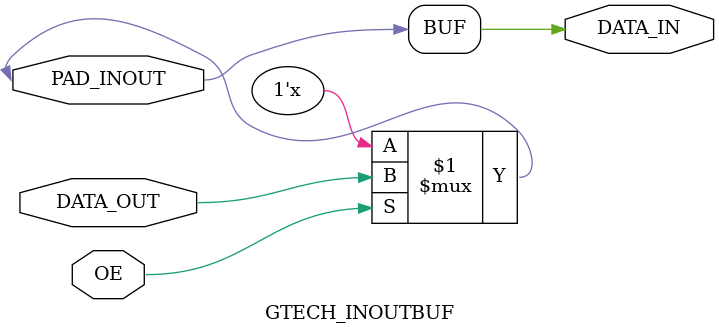
<source format=v>



module GTECH_INOUTBUF (DATA_OUT, OE, PAD_INOUT, DATA_IN);  
	input DATA_OUT, OE;
	output DATA_IN;
	inout PAD_INOUT;

        bufif1 u0 (PAD_INOUT, DATA_OUT, OE);
        buf u1 (DATA_IN, PAD_INOUT);

endmodule




</source>
